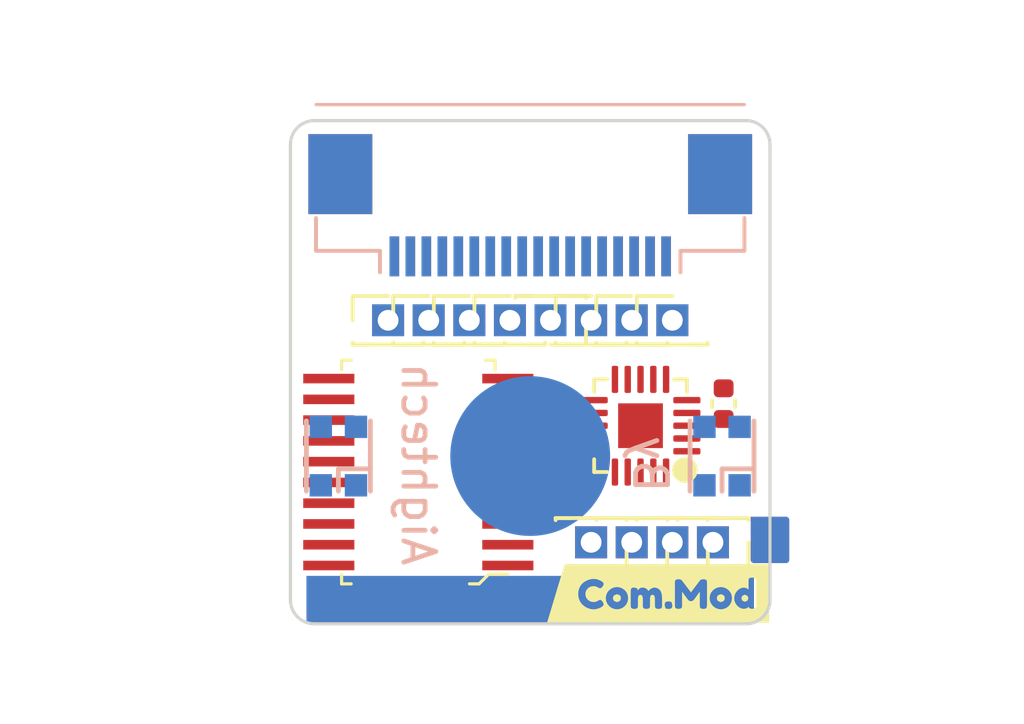
<source format=kicad_pcb>
(kicad_pcb (version 20221018) (generator pcbnew)
  (layers (0 "F.Cu" signal "Front") (1 "In1.Cu" signal) (2 "In2.Cu" signal) (31 "B.Cu" signal "Back") (34 "B.Paste" user) (35 "F.Paste" user) (36 "B.SilkS" user "B.Silkscreen") (37 "F.SilkS" user "F.Silkscreen") (38 "B.Mask" user) (39 "F.Mask" user) (44 "Edge.Cuts" user))
  (net 0 "")
  (net 1 "GND")
  (net 2 "/Vcap")
  (net 47 "LED_OUT")
  (net 48 "LED_IN")
  (net 49 "+3.3V")
  (footprint "Connector_PinHeader_1.27mm:PinHeader_1x01_P1.27mm_Vertical" (layer "F.Cu") (at 96.825 103.75)
    (fp_text reference "J5" hide)
    (fp_text value "Conn_01x01_Pin" hide)
    (fp_line (start -1.11 -0.76) (end 0 -0.76) (stroke (width 0.12)) (layer "F.SilkS"))
    (fp_line (start -1.11 0) (end -1.11 -0.76) (stroke (width 0.12)) (layer "F.SilkS"))
    (fp_line (start -1.11 0.76) (end -1.11 0.695) (stroke (width 0.12)) (layer "F.SilkS"))
    (fp_line (start -1.11 0.76) (end -0.563471 0.76) (stroke (width 0.12)) (layer "F.SilkS"))
    (fp_line (start -1.11 0.76) (end 1.11 0.76) (stroke (width 0.12)) (layer "F.SilkS"))
    (fp_line (start 0.563471 0.76) (end 1.11 0.76) (stroke (width 0.12)) (layer "F.SilkS"))
    (fp_line (start 1.11 0.76) (end 1.11 0.695) (stroke (width 0.12)) (layer "F.SilkS"))
    (pad "1" thru_hole rect (at 0 0) (size 1 1) (drill 0.65) (layers "*.Cu" "*.Mask"))
  )
  (footprint "00_custom-footprints:QFN-20-1EP_3x3mm_P0.4mm_EP1.4x1.4mm" (layer "F.Cu") (at 103.45 107.05 180)
    (fp_text reference "U1" hide)
    (fp_text value "HC32L110C6UA" hide)
    (fp_line (start -1.45 1.45) (end -1.45 1.05) (stroke (width 0.12)) (layer "F.SilkS"))
    (fp_line (start -1.05 1.45) (end -1.45 1.45) (stroke (width 0.12)) (layer "F.SilkS"))
    (fp_line (start 1.05 -1.45) (end 1.45 -1.45) (stroke (width 0.12)) (layer "F.SilkS"))
    (fp_line (start 1.45 -1.45) (end 1.45 -1.05) (stroke (width 0.12)) (layer "F.SilkS"))
    (fp_line (start 1.45 1.05) (end 1.45 1.45) (stroke (width 0.12)) (layer "F.SilkS"))
    (fp_line (start 1.45 1.45) (end 1.05 1.45) (stroke (width 0.12)) (layer "F.SilkS"))
    (fp_circle (center -1.39 -1.39) (end -0.99 -1.39) (fill solid) (layer "F.SilkS"))
    (pad "1" smd roundrect (at -1.45 -0.8 180) (size 0.85 0.2) (layers "F.Cu" "F.Paste" "F.Mask"))
    (pad "2" smd roundrect (at -1.45 -0.4 180) (size 0.85 0.2) (layers "F.Cu" "F.Paste" "F.Mask"))
    (pad "3" smd roundrect (at -1.45 0 180) (size 0.85 0.2) (layers "F.Cu" "F.Paste" "F.Mask"))
    (pad "4" smd roundrect (at -1.45 0.4 180) (size 0.85 0.2) (layers "F.Cu" "F.Paste" "F.Mask") (net 1 "GND"))
    (pad "5" smd roundrect (at -1.45 0.8 180) (size 0.85 0.2) (layers "F.Cu" "F.Paste" "F.Mask") (net 2 "/Vcap"))
    (pad "6" smd roundrect (at -0.8 1.45 180) (size 0.2 0.85) (layers "F.Cu" "F.Paste" "F.Mask") (net 49 "+3.3V"))
    (pad "7" smd roundrect (at -0.4 1.45 180) (size 0.2 0.85) (layers "F.Cu" "F.Paste" "F.Mask"))
    (pad "8" smd roundrect (at 0 1.45 180) (size 0.2 0.85) (layers "F.Cu" "F.Paste" "F.Mask"))
    (pad "9" smd roundrect (at 0.4 1.45 180) (size 0.2 0.85) (layers "F.Cu" "F.Paste" "F.Mask"))
    (pad "10" smd roundrect (at 0.8 1.45 180) (size 0.2 0.85) (layers "F.Cu" "F.Paste" "F.Mask"))
    (pad "11" smd roundrect (at 1.45 0.8 180) (size 0.85 0.2) (layers "F.Cu" "F.Paste" "F.Mask"))
    (pad "12" smd roundrect (at 1.45 0.4 180) (size 0.85 0.2) (layers "F.Cu" "F.Paste" "F.Mask"))
    (pad "13" smd roundrect (at 1.45 0 180) (size 0.85 0.2) (layers "F.Cu" "F.Paste" "F.Mask"))
    (pad "14" smd roundrect (at 1.45 -0.4 180) (size 0.85 0.2) (layers "F.Cu" "F.Paste" "F.Mask"))
    (pad "15" smd roundrect (at 1.45 -0.8 180) (size 0.85 0.2) (layers "F.Cu" "F.Paste" "F.Mask"))
    (pad "16" smd roundrect (at 0.8 -1.45 180) (size 0.2 0.85) (layers "F.Cu" "F.Paste" "F.Mask"))
    (pad "17" smd roundrect (at 0.4 -1.45 180) (size 0.2 0.85) (layers "F.Cu" "F.Paste" "F.Mask"))
    (pad "18" smd roundrect (at 0 -1.45 180) (size 0.2 0.85) (layers "F.Cu" "F.Paste" "F.Mask"))
    (pad "19" smd roundrect (at -0.4 -1.45 180) (size 0.2 0.85) (layers "F.Cu" "F.Paste" "F.Mask"))
    (pad "20" smd roundrect (at -0.8 -1.45 180) (size 0.2 0.85) (layers "F.Cu" "F.Paste" "F.Mask"))
    (pad "21" smd rect (at 0 0 180) (size 1.4 1.4) (layers "F.Cu" "F.Mask") (net 1 "GND"))
  )
  (footprint "Capacitor_SMD:C_0402_1005Metric" (layer "F.Cu") (at 106.05 106.36 90)
    (fp_text reference "C1" hide)
    (fp_text value "4.7uF" hide)
    (fp_line (start -0.107836 -0.36) (end 0.107836 -0.36) (stroke (width 0.12)) (layer "F.SilkS"))
    (fp_line (start -0.107836 0.36) (end 0.107836 0.36) (stroke (width 0.12)) (layer "F.SilkS"))
    (pad "1" smd roundrect (at -0.48 0 90) (size 0.56 0.62) (layers "F.Cu" "F.Paste" "F.Mask") (net 1 "GND"))
    (pad "2" smd roundrect (at 0.48 0 90) (size 0.56 0.62) (layers "F.Cu" "F.Paste" "F.Mask") (net 2 "/Vcap"))
  )
  (footprint "Connector_FFC-FPC:XUNPU_FPC_05F_18P_H20" (layer "F.Cu") (at 100 101.75 180)
    (fp_text reference "J4" hide)
    (fp_text value "XF2J-1824-12A" hide)
    (fp_line (start -6.7 0.175) (end -6.7 1.2) (stroke (width 0.12)) (layer "F.SilkS"))
    (fp_line (start -6.7 4.75) (end 6.7 4.75) (stroke (width 0.1)) (layer "F.SilkS"))
    (fp_line (start -4.7 0.175) (end -6.7 0.175) (stroke (width 0.12)) (layer "F.SilkS"))
    (fp_line (start -4.7 0.175) (end -4.7 -0.5) (stroke (width 0.12)) (layer "F.SilkS"))
    (fp_line (start 4.7 0.175) (end 4.7 -0.5) (stroke (width 0.12)) (layer "F.SilkS"))
    (fp_line (start 4.7 0.175) (end 6.7 0.175) (stroke (width 0.12)) (layer "F.SilkS"))
    (fp_line (start 6.7 0.175) (end 6.7 1.2) (stroke (width 0.12)) (layer "F.SilkS"))
    (pad "1" smd rect (at -4.25 0 180) (size 0.3 1.25) (layers "F.Cu" "F.Paste" "F.Mask"))
    (pad "2" smd rect (at -3.75 0 180) (size 0.3 1.25) (layers "F.Cu" "F.Paste" "F.Mask"))
    (pad "3" smd rect (at -3.25 0 180) (size 0.3 1.25) (layers "F.Cu" "F.Paste" "F.Mask"))
    (pad "4" smd rect (at -2.75 0 180) (size 0.3 1.25) (layers "F.Cu" "F.Paste" "F.Mask"))
    (pad "5" smd rect (at -2.25 0 180) (size 0.3 1.25) (layers "F.Cu" "F.Paste" "F.Mask"))
    (pad "6" smd rect (at -1.75 0 180) (size 0.3 1.25) (layers "F.Cu" "F.Paste" "F.Mask"))
    (pad "7" smd rect (at -1.25 0 180) (size 0.3 1.25) (layers "F.Cu" "F.Paste" "F.Mask"))
    (pad "8" smd rect (at -0.75 0 180) (size 0.3 1.25) (layers "F.Cu" "F.Paste" "F.Mask"))
    (pad "9" smd rect (at -0.25 0 180) (size 0.3 1.25) (layers "F.Cu" "F.Paste" "F.Mask"))
    (pad "10" smd rect (at 0.25 0 180) (size 0.3 1.25) (layers "F.Cu" "F.Paste" "F.Mask"))
    (pad "11" smd rect (at 0.75 0 180) (size 0.3 1.25) (layers "F.Cu" "F.Paste" "F.Mask"))
    (pad "12" smd rect (at 1.25 0 180) (size 0.3 1.25) (layers "F.Cu" "F.Paste" "F.Mask"))
    (pad "13" smd rect (at 1.75 0 180) (size 0.3 1.25) (layers "F.Cu" "F.Paste" "F.Mask"))
    (pad "14" smd rect (at 2.25 0 180) (size 0.3 1.25) (layers "F.Cu" "F.Paste" "F.Mask"))
    (pad "15" smd rect (at 2.75 0 180) (size 0.3 1.25) (layers "F.Cu" "F.Paste" "F.Mask"))
    (pad "16" smd rect (at 3.25 0 180) (size 0.3 1.25) (layers "F.Cu" "F.Paste" "F.Mask"))
    (pad "17" smd rect (at 3.75 0 180) (size 0.3 1.25) (layers "F.Cu" "F.Paste" "F.Mask"))
    (pad "18" smd rect (at 4.25 0 180) (size 0.3 1.25) (layers "F.Cu" "F.Paste" "F.Mask"))
    (pad "MP" smd rect (at -5.94 2.575 180) (size 2 2.5) (layers "F.Cu" "F.Paste" "F.Mask"))
    (pad "MP" smd rect (at 5.94 2.575 180) (size 2 2.5) (layers "F.Cu" "F.Paste" "F.Mask"))
  )
  (footprint "Connector_PinHeader_1.27mm:PinHeader_1x01_P1.27mm_Vertical" (layer "F.Cu") (at 100.635 103.75 180)
    (fp_text reference "J2" hide)
    (fp_text value "Conn_01x01_Pin" hide)
    (fp_line (start -1.11 -0.76) (end 0 -0.76) (stroke (width 0.12)) (layer "F.SilkS"))
    (fp_line (start -1.11 0) (end -1.11 -0.76) (stroke (width 0.12)) (layer "F.SilkS"))
    (fp_line (start -1.11 0.76) (end -1.11 0.695) (stroke (width 0.12)) (layer "F.SilkS"))
    (fp_line (start -1.11 0.76) (end -0.563471 0.76) (stroke (width 0.12)) (layer "F.SilkS"))
    (fp_line (start -1.11 0.76) (end 1.11 0.76) (stroke (width 0.12)) (layer "F.SilkS"))
    (fp_line (start 0.563471 0.76) (end 1.11 0.76) (stroke (width 0.12)) (layer "F.SilkS"))
    (fp_line (start 1.11 0.76) (end 1.11 0.695) (stroke (width 0.12)) (layer "F.SilkS"))
    (pad "1" thru_hole rect (at 0 0 180) (size 1 1) (drill 0.65) (layers "*.Cu" "*.Mask"))
  )
  (footprint "Connector_PinHeader_1.27mm:PinHeader_1x01_P1.27mm_Vertical" (layer "F.Cu") (at 103.175001 110.7 180)
    (fp_text reference "J12" hide)
    (fp_text value "Conn_01x01_Pin" hide)
    (fp_line (start -1.11 -0.76) (end 0 -0.76) (stroke (width 0.12)) (layer "F.SilkS"))
    (fp_line (start -1.11 0) (end -1.11 -0.76) (stroke (width 0.12)) (layer "F.SilkS"))
    (fp_line (start -1.11 0.76) (end -1.11 0.695) (stroke (width 0.12)) (layer "F.SilkS"))
    (fp_line (start -1.11 0.76) (end -0.563471 0.76) (stroke (width 0.12)) (layer "F.SilkS"))
    (fp_line (start -1.11 0.76) (end 1.11 0.76) (stroke (width 0.12)) (layer "F.SilkS"))
    (fp_line (start 0.563471 0.76) (end 1.11 0.76) (stroke (width 0.12)) (layer "F.SilkS"))
    (fp_line (start 1.11 0.76) (end 1.11 0.695) (stroke (width 0.12)) (layer "F.SilkS"))
    (pad "1" thru_hole rect (at 0 0 180) (size 1 1) (drill 0.65) (layers "*.Cu" "*.Mask"))
  )
  (footprint "Connector_PinHeader_1.27mm:PinHeader_1x01_P1.27mm_Vertical" (layer "F.Cu") (at 103.175 103.75)
    (fp_text reference "J8" hide)
    (fp_text value "Conn_01x01_Pin" hide)
    (fp_line (start -1.11 -0.76) (end 0 -0.76) (stroke (width 0.12)) (layer "F.SilkS"))
    (fp_line (start -1.11 0) (end -1.11 -0.76) (stroke (width 0.12)) (layer "F.SilkS"))
    (fp_line (start -1.11 0.76) (end -1.11 0.695) (stroke (width 0.12)) (layer "F.SilkS"))
    (fp_line (start -1.11 0.76) (end -0.563471 0.76) (stroke (width 0.12)) (layer "F.SilkS"))
    (fp_line (start -1.11 0.76) (end 1.11 0.76) (stroke (width 0.12)) (layer "F.SilkS"))
    (fp_line (start 0.563471 0.76) (end 1.11 0.76) (stroke (width 0.12)) (layer "F.SilkS"))
    (fp_line (start 1.11 0.76) (end 1.11 0.695) (stroke (width 0.12)) (layer "F.SilkS"))
    (pad "1" thru_hole rect (at 0 0) (size 1 1) (drill 0.65) (layers "*.Cu" "*.Mask"))
  )
  (footprint "Connector_PinHeader_1.27mm:PinHeader_1x01_P1.27mm_Vertical" (layer "F.Cu") (at 104.445 103.75)
    (fp_text reference "J1" hide)
    (fp_text value "Conn_01x01_Pin" hide)
    (fp_line (start -1.11 -0.76) (end 0 -0.76) (stroke (width 0.12)) (layer "F.SilkS"))
    (fp_line (start -1.11 0) (end -1.11 -0.76) (stroke (width 0.12)) (layer "F.SilkS"))
    (fp_line (start -1.11 0.76) (end -1.11 0.695) (stroke (width 0.12)) (layer "F.SilkS"))
    (fp_line (start -1.11 0.76) (end -0.563471 0.76) (stroke (width 0.12)) (layer "F.SilkS"))
    (fp_line (start -1.11 0.76) (end 1.11 0.76) (stroke (width 0.12)) (layer "F.SilkS"))
    (fp_line (start 0.563471 0.76) (end 1.11 0.76) (stroke (width 0.12)) (layer "F.SilkS"))
    (fp_line (start 1.11 0.76) (end 1.11 0.695) (stroke (width 0.12)) (layer "F.SilkS"))
    (pad "1" thru_hole rect (at 0 0) (size 1 1) (drill 0.65) (layers "*.Cu" "*.Mask"))
  )
  (footprint "digikey-footprints:TSSOP-20_W4.4mm" (layer "F.Cu") (at 96.5 108.5 90)
    (fp_text reference "U2" hide)
    (fp_text value "74HC688" hide)
    (fp_line (start -3.5 -2.4) (end -3.5 -2.1) (stroke (width 0.1)) (layer "F.SilkS"))
    (fp_line (start -3.5 1.6) (end -3.5 1.9) (stroke (width 0.1)) (layer "F.SilkS"))
    (fp_line (start -3.5 1.9) (end -3.2 2.2) (stroke (width 0.1)) (layer "F.SilkS"))
    (fp_line (start -3.2 -2.4) (end -3.5 -2.4) (stroke (width 0.1)) (layer "F.SilkS"))
    (fp_line (start -3.2 2.2) (end -3.2 2.8) (stroke (width 0.1)) (layer "F.SilkS"))
    (fp_line (start 3.2 -2.4) (end 3.5 -2.4) (stroke (width 0.1)) (layer "F.SilkS"))
    (fp_line (start 3.5 -2.4) (end 3.5 -2.1) (stroke (width 0.1)) (layer "F.SilkS"))
    (fp_line (start 3.5 2.4) (end 3.2 2.4) (stroke (width 0.1)) (layer "F.SilkS"))
    (fp_line (start 3.5 2.4) (end 3.5 2.1) (stroke (width 0.1)) (layer "F.SilkS"))
    (pad "1" smd rect (at -2.925 2.8 90) (size 0.3 1.6) (layers "F.Cu" "F.Paste" "F.Mask"))
    (pad "2" smd rect (at -2.275 2.8 90) (size 0.3 1.6) (layers "F.Cu" "F.Paste" "F.Mask"))
    (pad "3" smd rect (at -1.625 2.8 90) (size 0.3 1.6) (layers "F.Cu" "F.Paste" "F.Mask"))
    (pad "4" smd rect (at -0.975 2.8 90) (size 0.3 1.6) (layers "F.Cu" "F.Paste" "F.Mask"))
    (pad "5" smd rect (at -0.325 2.8 90) (size 0.3 1.6) (layers "F.Cu" "F.Paste" "F.Mask"))
    (pad "6" smd rect (at 0.325 2.8 90) (size 0.3 1.6) (layers "F.Cu" "F.Paste" "F.Mask"))
    (pad "7" smd rect (at 0.975 2.8 90) (size 0.3 1.6) (layers "F.Cu" "F.Paste" "F.Mask"))
    (pad "8" smd rect (at 1.625 2.8 90) (size 0.3 1.6) (layers "F.Cu" "F.Paste" "F.Mask"))
    (pad "9" smd rect (at 2.275 2.8 90) (size 0.3 1.6) (layers "F.Cu" "F.Paste" "F.Mask"))
    (pad "10" smd rect (at 2.925 2.8 90) (size 0.3 1.6) (layers "F.Cu" "F.Paste" "F.Mask"))
    (pad "11" smd rect (at 2.925 -2.8 90) (size 0.3 1.6) (layers "F.Cu" "F.Paste" "F.Mask"))
    (pad "12" smd rect (at 2.275 -2.8 90) (size 0.3 1.6) (layers "F.Cu" "F.Paste" "F.Mask"))
    (pad "13" smd rect (at 1.625 -2.8 90) (size 0.3 1.6) (layers "F.Cu" "F.Paste" "F.Mask"))
    (pad "14" smd rect (at 0.975 -2.8 90) (size 0.3 1.6) (layers "F.Cu" "F.Paste" "F.Mask"))
    (pad "15" smd rect (at 0.325 -2.8 90) (size 0.3 1.6) (layers "F.Cu" "F.Paste" "F.Mask"))
    (pad "16" smd rect (at -0.325 -2.8 90) (size 0.3 1.6) (layers "F.Cu" "F.Paste" "F.Mask"))
    (pad "17" smd rect (at -0.975 -2.8 90) (size 0.3 1.6) (layers "F.Cu" "F.Paste" "F.Mask"))
    (pad "18" smd rect (at -1.625 -2.8 90) (size 0.3 1.6) (layers "F.Cu" "F.Paste" "F.Mask"))
    (pad "19" smd rect (at -2.275 -2.8 90) (size 0.3 1.6) (layers "F.Cu" "F.Paste" "F.Mask"))
    (pad "20" smd rect (at -2.925 -2.8 90) (size 0.3 1.6) (layers "F.Cu" "F.Paste" "F.Mask"))
  )
  (footprint "kibuzzard-6569F493" (layer "F.Cu") (at 104 112.3)
    (fp_text reference "kibuzzard-6569F493" hide)
    (fp_text value "G***" hide)
    (fp_poly (pts (xy 2.635822 0.226695) (xy 2.715832 0.260985) (xy 2.793937 0.226695) (xy 2.825052 0.15113) (xy 2.795207 0.074295) (xy 2.714562 0.038735) (xy 2.633282 0.07366) (xy 2.602802 0.150495) (xy 2.635822 0.226695)) (fill solid) (layer "F.SilkS"))
    (fp_poly (pts (xy -1.371029 0.2413) (xy -1.288478 0.272415) (xy -1.204659 0.240665) (xy -1.173226 0.201295) (xy -1.162749 0.146685) (xy -1.172591 0.092392) (xy -1.202118 0.053975) (xy -1.287209 0.023495) (xy -1.372299 0.055245) (xy -1.401826 0.094456) (xy -1.411669 0.14859) (xy -1.401509 0.202565) (xy -1.371029 0.2413)) (fill solid) (layer "F.SilkS"))
    (fp_poly (pts (xy 1.877632 0.2413) (xy 1.960182 0.272415) (xy 2.044002 0.240665) (xy 2.075434 0.201295) (xy 2.085912 0.146685) (xy 2.076069 0.092392) (xy 2.046542 0.053975) (xy 1.961452 0.023495) (xy 1.876362 0.055245) (xy 1.846834 0.094456) (xy 1.836992 0.14859) (xy 1.847152 0.202565) (xy 1.877632 0.2413)) (fill solid) (layer "F.SilkS"))
    (fp_poly (pts (xy -2.498789 -0.920538) (xy -2.922122 -0.920538) (xy -3.474445 0.920538) (xy -2.922122 0.920538) (xy -2.498789 0.920538) (xy -2.013014 0.920538) (xy -2.013014 0.497205) (xy -2.073656 0.493236) (xy -2.134934 0.48133) (xy -2.197481 0.460057) (xy -2.261934 0.42799) (xy -2.324005 0.386398) (xy -2.379409 0.33655) (xy -2.426875 0.274955) (xy -2.465134 0.19812) (xy -2.490375 0.110014) (xy -2.498789 0.014605) (xy -2.490533 -0.079851) (xy -2.465769 -0.1651) (xy -2.428145 -0.23876) (xy -2.381314 -0.29845) (xy -2.326227 -0.346869) (xy -2.263839 -0.386715) (xy -2.180724 -0.424815) (xy -2.097327 -0.447675) (xy -2.013649 -0.455295) (xy -1.953482 -0.450691) (xy -1.892363 -0.43688) (xy -1.799019 -0.399415) (xy -1.768539 -0.381635) (xy -1.732978 -0.358775) (xy -1.699959 -0.29845) (xy -1.726629 -0.227965) (xy -1.773618 -0.17653) (xy -1.815528 -0.159385) (xy -1.880298 -0.187325) (xy -1.942528 -0.21971) (xy -2.022539 -0.230505) (xy -2.104454 -0.216218) (xy -2.185099 -0.173355) (xy -2.248599 -0.094615) (xy -2.267649 -0.040481) (xy -2.273999 0.02032) (xy -2.267649 0.081121) (xy -2.248599 0.135255) (xy -2.183828 0.215265) (xy -2.104771 0.257175) (xy -2.022539 0.271145) (xy -1.948244 0.260985) (xy -1.898079 0.240665) (xy -1.875219 0.224155) (xy -1.814258 0.198755) (xy -1.773301 0.216535) (xy -1.729169 0.269875) (xy -1.701228 0.340995) (xy -1.718374 0.385445) (xy -1.758379 0.417195) (xy -1.802193 0.443865) (xy -1.887919 0.476885) (xy -1.951577 0.492125) (xy -2.013014 0.497205) (xy -2.013014 0.920538) (xy -1.287209 0.920538) (xy -1.287209 0.495935) (xy -1.369758 0.485616) (xy -1.449769 0.45466) (xy -1.522317 0.403542) (xy -1.582484 0.33274) (xy -1.622965 0.246856) (xy -1.636458 0.150495) (xy -1.624605 0.054822) (xy -1.589045 -0.028998) (xy -1.529779 -0.100965) (xy -1.455272 -0.155998) (xy -1.373992 -0.189018) (xy -1.285938 -0.200025) (xy -1.198026 -0.189089) (xy -1.11717 -0.156281) (xy -1.043368 -0.1016) (xy -0.984807 -0.029986) (xy -0.949671 0.053622) (xy -0.937958 0.149225) (xy -0.951611 0.248761) (xy -0.992568 0.33655) (xy -1.053052 0.40767) (xy -1.125284 0.4572) (xy -1.204817 0.486251) (xy -1.287209 0.495935) (xy -1.287209 0.920538) (xy 0.012002 0.920538) (xy 0.012002 0.484505) (xy -0.052451 0.475615) (xy -0.085789 0.448945) (xy -0.096584 0.41529) (xy -0.098488 0.371475) (xy -0.098488 0.149225) (xy -0.118174 0.066357) (xy -0.177229 0.038735) (xy -0.237553 0.067945) (xy -0.253429 0.150495) (xy -0.253429 0.372745) (xy -0.255334 0.417195) (xy -0.267398 0.450215) (xy -0.301053 0.475933) (xy -0.366458 0.484505) (xy -0.430911 0.475615) (xy -0.464248 0.448945) (xy -0.475044 0.41529) (xy -0.476948 0.371475) (xy -0.476948 0.149225) (xy -0.496633 0.066357) (xy -0.555688 0.038735) (xy -0.612839 0.066357) (xy -0.631889 0.149225) (xy -0.631889 0.374015) (xy -0.633794 0.41783) (xy -0.645858 0.451485) (xy -0.680148 0.47625) (xy -0.744918 0.484505) (xy -0.809371 0.475933) (xy -0.842709 0.450215) (xy -0.853504 0.417195) (xy -0.855408 0.372745) (xy -0.855408 -0.074295) (xy -0.853504 -0.11811) (xy -0.841439 -0.150495) (xy -0.809371 -0.176213) (xy -0.751269 -0.184785) (xy -0.658559 -0.161925) (xy -0.636968 -0.095885) (xy -0.571246 -0.163513) (xy -0.493459 -0.186055) (xy -0.414436 -0.173778) (xy -0.35009 -0.136948) (xy -0.300419 -0.075565) (xy -0.266763 -0.11557) (xy -0.203899 -0.16129) (xy -0.114999 -0.186055) (xy -0.021654 -0.166529) (xy 0.055181 -0.10795) (xy 0.093281 -0.044521) (xy 0.116142 0.041628) (xy 0.123761 0.150495) (xy 0.123761 0.372745) (xy 0.121856 0.41656) (xy 0.109792 0.450215) (xy 0.077089 0.475933) (xy 0.012002 0.484505) (xy 0.012002 0.920538) (xy 0.332677 0.920538) (xy 0.332677 0.485775) (xy 0.268859 0.479742) (xy 0.231076 0.461645) (xy 0.206312 0.370205) (xy 0.206312 0.365125) (xy 0.208217 0.320675) (xy 0.220281 0.286385) (xy 0.253778 0.25781) (xy 0.316167 0.248285) (xy 0.381095 0.254952) (xy 0.422211 0.274955) (xy 0.443802 0.363855) (xy 0.443802 0.368935) (xy 0.441896 0.41402) (xy 0.428561 0.448945) (xy 0.395065 0.476568) (xy 0.332677 0.485775) (xy 0.332677 0.920538) (xy 1.420432 0.920538) (xy 1.420432 0.483235) (xy 1.362012 0.476885) (xy 1.328992 0.461645) (xy 1.311211 0.436245) (xy 1.304862 0.370205) (xy 1.304862 -0.055245) (xy 1.265809 -0.004286) (xy 1.212151 0.06985) (xy 1.162304 0.139541) (xy 1.134682 0.177165) (xy 1.111821 0.20701) (xy 1.080707 0.22987) (xy 1.027367 0.244475) (xy 0.975296 0.23114) (xy 0.941642 0.205105) (xy 0.931482 0.191135) (xy 0.893699 0.141446) (xy 0.831152 0.05588) (xy 0.773367 -0.023654) (xy 0.749872 -0.055245) (xy 0.749872 0.372745) (xy 0.747967 0.41656) (xy 0.735902 0.448945) (xy 0.701612 0.474662) (xy 0.636842 0.483235) (xy 0.573977 0.474662) (xy 0.540321 0.448945) (xy 0.528257 0.415925) (xy 0.526352 0.370205) (xy 0.526352 -0.334645) (xy 0.528257 -0.37846) (xy 0.540321 -0.412115) (xy 0.574612 -0.43688) (xy 0.639381 -0.445135) (xy 0.698436 -0.43688) (xy 0.730822 -0.419735) (xy 0.738442 -0.412115) (xy 1.026732 -0.033655) (xy 1.107351 -0.140183) (xy 1.17649 -0.231165) (xy 1.234148 -0.306603) (xy 1.280325 -0.366497) (xy 1.315022 -0.410845) (xy 1.351375 -0.436563) (xy 1.417257 -0.445135) (xy 1.482185 -0.436563) (xy 1.515682 -0.410845) (xy 1.527747 -0.376555) (xy 1.529652 -0.332105) (xy 1.529652 0.372745) (xy 1.517587 0.442278) (xy 1.481392 0.475615) (xy 1.420432 0.483235) (xy 1.420432 0.920538) (xy 1.961452 0.920538) (xy 1.961452 0.495935) (xy 1.878902 0.485616) (xy 1.798892 0.45466) (xy 1.726343 0.403542) (xy 1.666177 0.33274) (xy 1.625695 0.246856) (xy 1.612202 0.150495) (xy 1.624055 0.054822) (xy 1.659615 -0.028998) (xy 1.718882 -0.100965) (xy 1.793388 -0.155998) (xy 1.874668 -0.189018) (xy 1.962722 -0.200025) (xy 2.050634 -0.189089) (xy 2.13149 -0.156281) (xy 2.205292 -0.1016) (xy 2.263853 -0.029986) (xy 2.298989 0.053622) (xy 2.310702 0.149225) (xy 2.297049 0.248761) (xy 2.256092 0.33655) (xy 2.195608 0.40767) (xy 2.123377 0.4572) (xy 2.043843 0.486251) (xy 1.961452 0.495935) (xy 1.961452 0.920538) (xy 2.929827 0.920538) (xy 2.929827 0.483235) (xy 2.861088 0.467677) (xy 2.831402 0.421005) (xy 2.767584 0.466725) (xy 2.682812 0.481965) (xy 2.608869 0.470888) (xy 2.539443 0.437656) (xy 2.474532 0.38227) (xy 2.42232 0.312138) (xy 2.390994 0.234668) (xy 2.380552 0.14986) (xy 2.391064 0.064982) (xy 2.422603 -0.0127) (xy 2.475167 -0.083185) (xy 2.540289 -0.138924) (xy 2.609504 -0.172367) (xy 2.682812 -0.183515) (xy 2.766314 -0.16764) (xy 2.828862 -0.120015) (xy 2.828862 -0.386715) (xy 2.830767 -0.43053) (xy 2.842197 -0.46355) (xy 2.875852 -0.489585) (xy 2.939987 -0.497205) (xy 3.004122 -0.489585) (xy 3.037777 -0.462915) (xy 3.049207 -0.42926) (xy 3.051112 -0.385445) (xy 3.051112 0.372745) (xy 3.049207 0.41656) (xy 3.037142 0.448945) (xy 3.000788 0.474662) (xy 2.929827 0.483235) (xy 2.929827 0.920538) (xy 3.051112 0.920538) (xy 3.474445 0.920538) (xy 3.474445 -0.920538) (xy 3.051112 -0.920538) (xy -2.498789 -0.920538)) (fill solid) (layer "F.SilkS"))
  )
  (footprint "Connector_PinHeader_1.27mm:PinHeader_1x01_P1.27mm_Vertical" (layer "F.Cu") (at 105.715001 110.7 180)
    (fp_text reference "J14" hide)
    (fp_text value "Conn_01x01_Pin" hide)
    (fp_line (start -1.11 -0.76) (end 0 -0.76) (stroke (width 0.12)) (layer "F.SilkS"))
    (fp_line (start -1.11 0) (end -1.11 -0.76) (stroke (width 0.12)) (layer "F.SilkS"))
    (fp_line (start -1.11 0.76) (end -1.11 0.695) (stroke (width 0.12)) (layer "F.SilkS"))
    (fp_line (start -1.11 0.76) (end -0.563471 0.76) (stroke (width 0.12)) (layer "F.SilkS"))
    (fp_line (start -1.11 0.76) (end 1.11 0.76) (stroke (width 0.12)) (layer "F.SilkS"))
    (fp_line (start 0.563471 0.76) (end 1.11 0.76) (stroke (width 0.12)) (layer "F.SilkS"))
    (fp_line (start 1.11 0.76) (end 1.11 0.695) (stroke (width 0.12)) (layer "F.SilkS"))
    (pad "1" thru_hole rect (at 0 0 180) (size 1 1) (drill 0.65) (layers "*.Cu" "*.Mask"))
  )
  (footprint "Connector_PinHeader_1.27mm:PinHeader_1x01_P1.27mm_Vertical" (layer "F.Cu") (at 104.445002 110.7 180)
    (fp_text reference "J13" hide)
    (fp_text value "Conn_01x01_Pin" hide)
    (fp_line (start -1.11 -0.76) (end 0 -0.76) (stroke (width 0.12)) (layer "F.SilkS"))
    (fp_line (start -1.11 0) (end -1.11 -0.76) (stroke (width 0.12)) (layer "F.SilkS"))
    (fp_line (start -1.11 0.76) (end -1.11 0.695) (stroke (width 0.12)) (layer "F.SilkS"))
    (fp_line (start -1.11 0.76) (end -0.563471 0.76) (stroke (width 0.12)) (layer "F.SilkS"))
    (fp_line (start -1.11 0.76) (end 1.11 0.76) (stroke (width 0.12)) (layer "F.SilkS"))
    (fp_line (start 0.563471 0.76) (end 1.11 0.76) (stroke (width 0.12)) (layer "F.SilkS"))
    (fp_line (start 1.11 0.76) (end 1.11 0.695) (stroke (width 0.12)) (layer "F.SilkS"))
    (pad "1" thru_hole rect (at 0 0 180) (size 1 1) (drill 0.65) (layers "*.Cu" "*.Mask"))
  )
  (footprint "Connector_PinHeader_1.27mm:PinHeader_1x01_P1.27mm_Vertical" (layer "F.Cu") (at 98.095 103.75)
    (fp_text reference "J7" hide)
    (fp_text value "Conn_01x01_Pin" hide)
    (fp_line (start -1.11 -0.76) (end 0 -0.76) (stroke (width 0.12)) (layer "F.SilkS"))
    (fp_line (start -1.11 0) (end -1.11 -0.76) (stroke (width 0.12)) (layer "F.SilkS"))
    (fp_line (start -1.11 0.76) (end -1.11 0.695) (stroke (width 0.12)) (layer "F.SilkS"))
    (fp_line (start -1.11 0.76) (end -0.563471 0.76) (stroke (width 0.12)) (layer "F.SilkS"))
    (fp_line (start -1.11 0.76) (end 1.11 0.76) (stroke (width 0.12)) (layer "F.SilkS"))
    (fp_line (start 0.563471 0.76) (end 1.11 0.76) (stroke (width 0.12)) (layer "F.SilkS"))
    (fp_line (start 1.11 0.76) (end 1.11 0.695) (stroke (width 0.12)) (layer "F.SilkS"))
    (pad "1" thru_hole rect (at 0 0) (size 1 1) (drill 0.65) (layers "*.Cu" "*.Mask"))
  )
  (footprint "Connector_PinHeader_1.27mm:PinHeader_1x01_P1.27mm_Vertical" (layer "F.Cu") (at 95.555 103.75)
    (fp_text reference "J3" hide)
    (fp_text value "Conn_01x01_Pin" hide)
    (fp_line (start -1.11 -0.76) (end 0 -0.76) (stroke (width 0.12)) (layer "F.SilkS"))
    (fp_line (start -1.11 0) (end -1.11 -0.76) (stroke (width 0.12)) (layer "F.SilkS"))
    (fp_line (start -1.11 0.76) (end -1.11 0.695) (stroke (width 0.12)) (layer "F.SilkS"))
    (fp_line (start -1.11 0.76) (end -0.563471 0.76) (stroke (width 0.12)) (layer "F.SilkS"))
    (fp_line (start -1.11 0.76) (end 1.11 0.76) (stroke (width 0.12)) (layer "F.SilkS"))
    (fp_line (start 0.563471 0.76) (end 1.11 0.76) (stroke (width 0.12)) (layer "F.SilkS"))
    (fp_line (start 1.11 0.76) (end 1.11 0.695) (stroke (width 0.12)) (layer "F.SilkS"))
    (pad "1" thru_hole rect (at 0 0) (size 1 1) (drill 0.65) (layers "*.Cu" "*.Mask"))
  )
  (footprint "Connector_PinHeader_1.27mm:PinHeader_1x01_P1.27mm_Vertical" (layer "F.Cu") (at 101.905 110.7 180)
    (fp_text reference "J11" hide)
    (fp_text value "Conn_01x01_Pin" hide)
    (fp_line (start -1.11 -0.76) (end 0 -0.76) (stroke (width 0.12)) (layer "F.SilkS"))
    (fp_line (start -1.11 0) (end -1.11 -0.76) (stroke (width 0.12)) (layer "F.SilkS"))
    (fp_line (start -1.11 0.76) (end -1.11 0.695) (stroke (width 0.12)) (layer "F.SilkS"))
    (fp_line (start -1.11 0.76) (end -0.563471 0.76) (stroke (width 0.12)) (layer "F.SilkS"))
    (fp_line (start -1.11 0.76) (end 1.11 0.76) (stroke (width 0.12)) (layer "F.SilkS"))
    (fp_line (start 0.563471 0.76) (end 1.11 0.76) (stroke (width 0.12)) (layer "F.SilkS"))
    (fp_line (start 1.11 0.76) (end 1.11 0.695) (stroke (width 0.12)) (layer "F.SilkS"))
    (pad "1" thru_hole rect (at 0 0 180) (size 1 1) (drill 0.65) (layers "*.Cu" "*.Mask"))
  )
  (footprint "Connector_PinHeader_1.27mm:PinHeader_1x01_P1.27mm_Vertical" (layer "F.Cu") (at 101.905 103.75)
    (fp_text reference "J6" hide)
    (fp_text value "Conn_01x01_Pin" hide)
    (fp_line (start -1.11 -0.76) (end 0 -0.76) (stroke (width 0.12)) (layer "F.SilkS"))
    (fp_line (start -1.11 0) (end -1.11 -0.76) (stroke (width 0.12)) (layer "F.SilkS"))
    (fp_line (start -1.11 0.76) (end -1.11 0.695) (stroke (width 0.12)) (layer "F.SilkS"))
    (fp_line (start -1.11 0.76) (end -0.563471 0.76) (stroke (width 0.12)) (layer "F.SilkS"))
    (fp_line (start -1.11 0.76) (end 1.11 0.76) (stroke (width 0.12)) (layer "F.SilkS"))
    (fp_line (start 0.563471 0.76) (end 1.11 0.76) (stroke (width 0.12)) (layer "F.SilkS"))
    (fp_line (start 1.11 0.76) (end 1.11 0.695) (stroke (width 0.12)) (layer "F.SilkS"))
    (pad "1" thru_hole rect (at 0 0) (size 1 1) (drill 0.65) (layers "*.Cu" "*.Mask"))
  )
  (footprint "Connector_PinHeader_1.27mm:PinHeader_1x01_P1.27mm_Vertical" (layer "F.Cu") (at 99.365 103.75)
    (fp_text reference "J9" hide)
    (fp_text value "Conn_01x01_Pin" hide)
    (fp_line (start -1.11 -0.76) (end 0 -0.76) (stroke (width 0.12)) (layer "F.SilkS"))
    (fp_line (start -1.11 0) (end -1.11 -0.76) (stroke (width 0.12)) (layer "F.SilkS"))
    (fp_line (start -1.11 0.76) (end -1.11 0.695) (stroke (width 0.12)) (layer "F.SilkS"))
    (fp_line (start -1.11 0.76) (end -0.563471 0.76) (stroke (width 0.12)) (layer "F.SilkS"))
    (fp_line (start -1.11 0.76) (end 1.11 0.76) (stroke (width 0.12)) (layer "F.SilkS"))
    (fp_line (start 0.563471 0.76) (end 1.11 0.76) (stroke (width 0.12)) (layer "F.SilkS"))
    (fp_line (start 1.11 0.76) (end 1.11 0.695) (stroke (width 0.12)) (layer "F.SilkS"))
    (pad "1" thru_hole rect (at 0 0) (size 1 1) (drill 0.65) (layers "*.Cu" "*.Mask"))
  )
  (footprint "00_custom-footprints:WS2812-2020" (layer "B.Cu") (at 94 108 -90)
    (fp_text reference "LED2" hide)
    (fp_text value "WS2812-2020" hide)
    (fp_line (start -1.1 -1) (end 1.1 -1) (stroke (width 0.15)) (layer "B.SilkS"))
    (fp_line (start -1.1 1) (end 1.1 1) (stroke (width 0.15)) (layer "B.SilkS"))
    (fp_line (start 0.4 -1) (end 0.4 0) (stroke (width 0.15)) (layer "B.SilkS"))
    (fp_line (start 0.4 0) (end 1.1 0) (stroke (width 0.15)) (layer "B.SilkS"))
    (pad "1" smd rect (at 0.915 -0.55 270) (size 0.7 0.7) (layers "B.Cu" "B.Paste" "B.Mask") (net 47 "LED_OUT"))
    (pad "2" smd rect (at 0.915 0.55 270) (size 0.7 0.7) (layers "B.Cu" "B.Paste" "B.Mask") (net 1 "GND"))
    (pad "3" smd rect (at -0.915 0.55 270) (size 0.7 0.7) (layers "B.Cu" "B.Paste" "B.Mask") (net 48 "LED_IN"))
    (pad "4" smd rect (at -0.915 -0.55 270) (size 0.7 0.7) (layers "B.Cu" "B.Paste" "B.Mask") (net 49 "+3.3V"))
  )
  (footprint "Connector_FFC-FPC:XUNPU_FPC_05F_18P_H20" (layer "B.Cu") (at 100 101.75)
    (fp_text reference "J10" hide)
    (fp_text value "XF2J-1824-12A" hide)
    (fp_line (start -6.7 -4.75) (end 6.7 -4.75) (stroke (width 0.1)) (layer "B.SilkS"))
    (fp_line (start -6.7 -0.175) (end -6.7 -1.2) (stroke (width 0.12)) (layer "B.SilkS"))
    (fp_line (start -4.7 -0.175) (end -6.7 -0.175) (stroke (width 0.12)) (layer "B.SilkS"))
    (fp_line (start -4.7 -0.175) (end -4.7 0.5) (stroke (width 0.12)) (layer "B.SilkS"))
    (fp_line (start 4.7 -0.175) (end 4.7 0.5) (stroke (width 0.12)) (layer "B.SilkS"))
    (fp_line (start 4.7 -0.175) (end 6.7 -0.175) (stroke (width 0.12)) (layer "B.SilkS"))
    (fp_line (start 6.7 -0.175) (end 6.7 -1.2) (stroke (width 0.12)) (layer "B.SilkS"))
    (pad "1" smd rect (at -4.25 0) (size 0.3 1.25) (layers "B.Cu" "B.Paste" "B.Mask"))
    (pad "2" smd rect (at -3.75 0) (size 0.3 1.25) (layers "B.Cu" "B.Paste" "B.Mask"))
    (pad "3" smd rect (at -3.25 0) (size 0.3 1.25) (layers "B.Cu" "B.Paste" "B.Mask"))
    (pad "4" smd rect (at -2.75 0) (size 0.3 1.25) (layers "B.Cu" "B.Paste" "B.Mask"))
    (pad "5" smd rect (at -2.25 0) (size 0.3 1.25) (layers "B.Cu" "B.Paste" "B.Mask"))
    (pad "6" smd rect (at -1.75 0) (size 0.3 1.25) (layers "B.Cu" "B.Paste" "B.Mask"))
    (pad "7" smd rect (at -1.25 0) (size 0.3 1.25) (layers "B.Cu" "B.Paste" "B.Mask"))
    (pad "8" smd rect (at -0.75 0) (size 0.3 1.25) (layers "B.Cu" "B.Paste" "B.Mask"))
    (pad "9" smd rect (at -0.25 0) (size 0.3 1.25) (layers "B.Cu" "B.Paste" "B.Mask"))
    (pad "10" smd rect (at 0.25 0) (size 0.3 1.25) (layers "B.Cu" "B.Paste" "B.Mask"))
    (pad "11" smd rect (at 0.75 0) (size 0.3 1.25) (layers "B.Cu" "B.Paste" "B.Mask"))
    (pad "12" smd rect (at 1.25 0) (size 0.3 1.25) (layers "B.Cu" "B.Paste" "B.Mask"))
    (pad "13" smd rect (at 1.75 0) (size 0.3 1.25) (layers "B.Cu" "B.Paste" "B.Mask"))
    (pad "14" smd rect (at 2.25 0) (size 0.3 1.25) (layers "B.Cu" "B.Paste" "B.Mask"))
    (pad "15" smd rect (at 2.75 0) (size 0.3 1.25) (layers "B.Cu" "B.Paste" "B.Mask"))
    (pad "16" smd rect (at 3.25 0) (size 0.3 1.25) (layers "B.Cu" "B.Paste" "B.Mask"))
    (pad "17" smd rect (at 3.75 0) (size 0.3 1.25) (layers "B.Cu" "B.Paste" "B.Mask"))
    (pad "18" smd rect (at 4.25 0) (size 0.3 1.25) (layers "B.Cu" "B.Paste" "B.Mask"))
    (pad "MP" smd rect (at -5.94 -2.575) (size 2 2.5) (layers "B.Cu" "B.Paste" "B.Mask"))
    (pad "MP" smd rect (at 5.94 -2.575) (size 2 2.5) (layers "B.Cu" "B.Paste" "B.Mask"))
  )
  (footprint "00_custom-footprints:WS2812-2020" (layer "B.Cu") (at 106 108 -90)
    (fp_text reference "LED1" hide)
    (fp_text value "WS2812-2020" hide)
    (fp_line (start -1.1 -1) (end 1.1 -1) (stroke (width 0.15)) (layer "B.SilkS"))
    (fp_line (start -1.1 1) (end 1.1 1) (stroke (width 0.15)) (layer "B.SilkS"))
    (fp_line (start 0.4 -1) (end 0.4 0) (stroke (width 0.15)) (layer "B.SilkS"))
    (fp_line (start 0.4 0) (end 1.1 0) (stroke (width 0.15)) (layer "B.SilkS"))
    (pad "1" smd rect (at 0.915 -0.55 270) (size 0.7 0.7) (layers "B.Cu" "B.Paste" "B.Mask") (net 47 "LED_OUT"))
    (pad "2" smd rect (at 0.915 0.55 270) (size 0.7 0.7) (layers "B.Cu" "B.Paste" "B.Mask") (net 1 "GND"))
    (pad "3" smd rect (at -0.915 0.55 270) (size 0.7 0.7) (layers "B.Cu" "B.Paste" "B.Mask") (net 48 "LED_IN"))
    (pad "4" smd rect (at -0.915 -0.55 270) (size 0.7 0.7) (layers "B.Cu" "B.Paste" "B.Mask") (net 49 "+3.3V"))
  )
  (gr_rect (start 107 110) (end 108 111.25) (stroke (width 0.2)) (fill solid) (layer "F.Cu"))
  (gr_circle (center 100 108) (end 102.5 108) (fill solid) (layer "B.Cu"))
  (gr_rect (start 107 111.25) (end 108 110) (stroke (width 0.2)) (fill solid) (layer "B.Cu"))
  (gr_rect (start 93 111.75) (end 107 113.25) (fill solid) (layer "B.Cu"))
  (gr_line (start 92.5 98.25) (end 92.5 112.5) (stroke (width 0.1)) (layer "Edge.Cuts"))
  (gr_arc (start 106.75 97.499999) (mid 107.280331 97.719669) (end 107.5 98.249999) (stroke (width 0.1)) (layer "Edge.Cuts"))
  (gr_line (start 93.249999 113.25) (end 106.749999 113.25) (stroke (width 0.1)) (layer "Edge.Cuts"))
  (gr_line (start 106.75 97.499999) (end 93.25 97.5) (stroke (width 0.1)) (layer "Edge.Cuts"))
  (gr_arc (start 92.5 98.25) (mid 92.71967 97.71967) (end 93.25 97.5) (stroke (width 0.1)) (layer "Edge.Cuts"))
  (gr_arc (start 107.499999 112.5) (mid 107.280329 113.03033) (end 106.749999 113.25) (stroke (width 0.1)) (layer "Edge.Cuts"))
  (gr_arc (start 93.249999 113.25) (mid 92.719669 113.03033) (end 92.5 112.5) (stroke (width 0.1)) (layer "Edge.Cuts"))
  (gr_line (start 107.5 98.249999) (end 107.499999 112.5) (stroke (width 0.1)) (layer "Edge.Cuts"))
  (gr_text "Aightech" (at 96.5 108.25 -90) (layer "B.SilkS") (effects (font (size 1 1)) (justify mirror)))
  (gr_text "By" (at 103.749999 108.25 -90) (layer "B.SilkS") (effects (font (size 1 1)) (justify mirror)))
)
</source>
